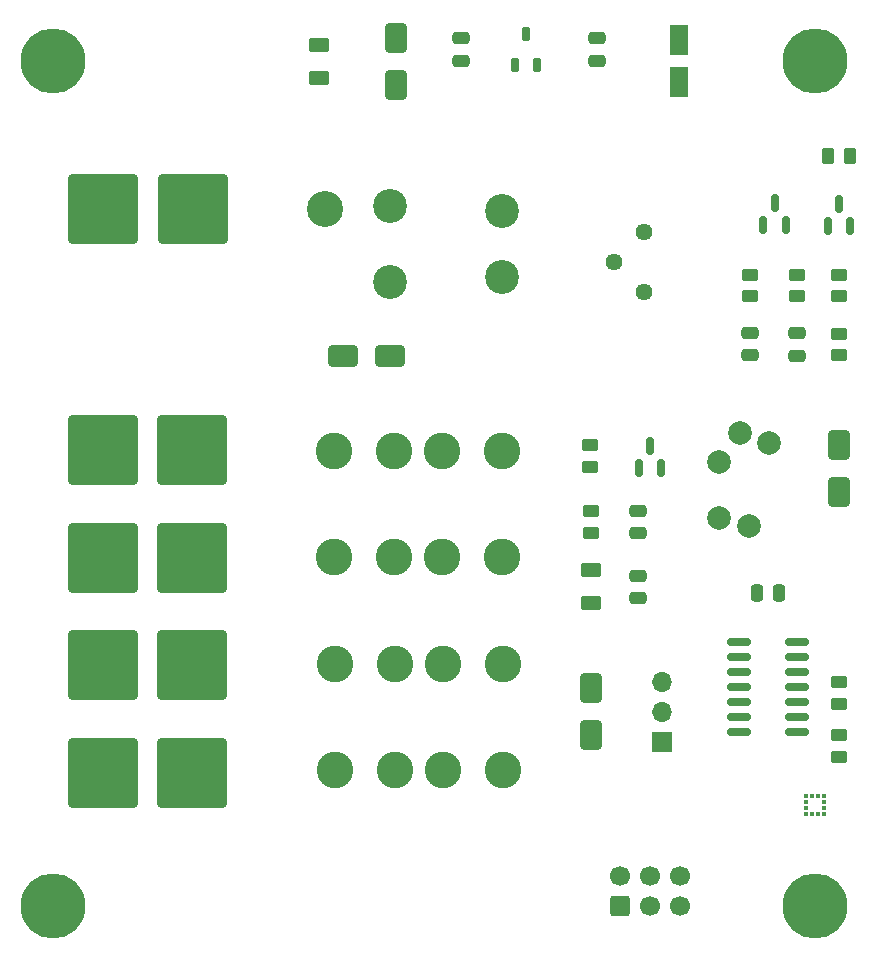
<source format=gbr>
%TF.GenerationSoftware,KiCad,Pcbnew,8.0.3*%
%TF.CreationDate,2024-06-23T19:26:25-05:00*%
%TF.ProjectId,Vehicle Power Switch,56656869-636c-4652-9050-6f7765722053,rev?*%
%TF.SameCoordinates,Original*%
%TF.FileFunction,Soldermask,Top*%
%TF.FilePolarity,Negative*%
%FSLAX46Y46*%
G04 Gerber Fmt 4.6, Leading zero omitted, Abs format (unit mm)*
G04 Created by KiCad (PCBNEW 8.0.3) date 2024-06-23 19:26:25*
%MOMM*%
%LPD*%
G01*
G04 APERTURE LIST*
G04 Aperture macros list*
%AMRoundRect*
0 Rectangle with rounded corners*
0 $1 Rounding radius*
0 $2 $3 $4 $5 $6 $7 $8 $9 X,Y pos of 4 corners*
0 Add a 4 corners polygon primitive as box body*
4,1,4,$2,$3,$4,$5,$6,$7,$8,$9,$2,$3,0*
0 Add four circle primitives for the rounded corners*
1,1,$1+$1,$2,$3*
1,1,$1+$1,$4,$5*
1,1,$1+$1,$6,$7*
1,1,$1+$1,$8,$9*
0 Add four rect primitives between the rounded corners*
20,1,$1+$1,$2,$3,$4,$5,0*
20,1,$1+$1,$4,$5,$6,$7,0*
20,1,$1+$1,$6,$7,$8,$9,0*
20,1,$1+$1,$8,$9,$2,$3,0*%
G04 Aperture macros list end*
%ADD10C,5.500000*%
%ADD11RoundRect,0.162500X0.162500X-0.447500X0.162500X0.447500X-0.162500X0.447500X-0.162500X-0.447500X0*%
%ADD12RoundRect,0.150000X0.150000X-0.587500X0.150000X0.587500X-0.150000X0.587500X-0.150000X-0.587500X0*%
%ADD13C,3.098800*%
%ADD14RoundRect,0.150000X-0.825000X-0.150000X0.825000X-0.150000X0.825000X0.150000X-0.825000X0.150000X0*%
%ADD15RoundRect,0.500000X2.500000X2.500000X-2.500000X2.500000X-2.500000X-2.500000X2.500000X-2.500000X0*%
%ADD16RoundRect,0.250000X-0.625000X0.375000X-0.625000X-0.375000X0.625000X-0.375000X0.625000X0.375000X0*%
%ADD17RoundRect,0.250000X0.475000X-0.250000X0.475000X0.250000X-0.475000X0.250000X-0.475000X-0.250000X0*%
%ADD18RoundRect,0.250000X-0.450000X0.262500X-0.450000X-0.262500X0.450000X-0.262500X0.450000X0.262500X0*%
%ADD19C,1.440000*%
%ADD20RoundRect,0.250000X0.625000X-0.375000X0.625000X0.375000X-0.625000X0.375000X-0.625000X-0.375000X0*%
%ADD21RoundRect,0.250000X0.600000X-0.600000X0.600000X0.600000X-0.600000X0.600000X-0.600000X-0.600000X0*%
%ADD22C,1.700000*%
%ADD23C,2.000000*%
%ADD24RoundRect,0.250000X0.450000X-0.262500X0.450000X0.262500X-0.450000X0.262500X-0.450000X-0.262500X0*%
%ADD25C,2.870200*%
%ADD26C,3.060700*%
%ADD27RoundRect,0.250000X-0.475000X0.250000X-0.475000X-0.250000X0.475000X-0.250000X0.475000X0.250000X0*%
%ADD28RoundRect,0.250000X-0.650000X1.000000X-0.650000X-1.000000X0.650000X-1.000000X0.650000X1.000000X0*%
%ADD29RoundRect,0.250000X-1.000000X-0.650000X1.000000X-0.650000X1.000000X0.650000X-1.000000X0.650000X0*%
%ADD30R,1.700000X1.700000*%
%ADD31O,1.700000X1.700000*%
%ADD32RoundRect,0.250000X0.262500X0.450000X-0.262500X0.450000X-0.262500X-0.450000X0.262500X-0.450000X0*%
%ADD33RoundRect,0.250000X-0.250000X-0.475000X0.250000X-0.475000X0.250000X0.475000X-0.250000X0.475000X0*%
%ADD34R,0.350000X0.375000*%
%ADD35R,0.375000X0.350000*%
%ADD36RoundRect,0.250000X-0.550000X1.050000X-0.550000X-1.050000X0.550000X-1.050000X0.550000X1.050000X0*%
G04 APERTURE END LIST*
D10*
%TO.C,H4*%
X62000000Y-128500000D03*
%TD*%
%TO.C,H3*%
X62000000Y-57000000D03*
%TD*%
%TO.C,H2*%
X126500000Y-128500000D03*
%TD*%
%TO.C,H1*%
X126500000Y-57000000D03*
%TD*%
D11*
%TO.C,U1*%
X101050000Y-57310000D03*
X102950000Y-57310000D03*
X102000000Y-54690000D03*
%TD*%
D12*
%TO.C,Q1*%
X111550000Y-91437500D03*
X113450000Y-91437500D03*
X112500000Y-89562500D03*
%TD*%
%TO.C,Q3*%
X127550000Y-70937500D03*
X129450000Y-70937500D03*
X128500000Y-69062500D03*
%TD*%
%TO.C,Q2*%
X122112500Y-70875000D03*
X124012500Y-70875000D03*
X123062500Y-69000000D03*
%TD*%
D13*
%TO.C,F3*%
X85776000Y-99000000D03*
X90856000Y-99000000D03*
X94920000Y-99000000D03*
X100000000Y-99000000D03*
%TD*%
D14*
%TO.C,U3*%
X120025000Y-106190000D03*
X120025000Y-107460000D03*
X120025000Y-108730000D03*
X120025000Y-110000000D03*
X120025000Y-111270000D03*
X120025000Y-112540000D03*
X120025000Y-113810000D03*
X124975000Y-113810000D03*
X124975000Y-112540000D03*
X124975000Y-111270000D03*
X124975000Y-110000000D03*
X124975000Y-108730000D03*
X124975000Y-107460000D03*
X124975000Y-106190000D03*
%TD*%
D15*
%TO.C,J1*%
X73800000Y-69500000D03*
X66200000Y-69500000D03*
%TD*%
%TO.C,J5*%
X73765000Y-117235000D03*
X66165000Y-117235000D03*
%TD*%
D13*
%TO.C,F2*%
X85776000Y-90000000D03*
X90856000Y-90000000D03*
X94920000Y-90000000D03*
X100000000Y-90000000D03*
%TD*%
D16*
%TO.C,D4*%
X107500000Y-100100000D03*
X107500000Y-102900000D03*
%TD*%
D17*
%TO.C,C8*%
X111500000Y-102450000D03*
X111500000Y-100550000D03*
%TD*%
D18*
%TO.C,R1*%
X107462500Y-89525000D03*
X107462500Y-91350000D03*
%TD*%
D19*
%TO.C,R7*%
X111985000Y-71460000D03*
X109445000Y-74000000D03*
X111985000Y-76540000D03*
%TD*%
D20*
%TO.C,F1*%
X84500000Y-58400000D03*
X84500000Y-55600000D03*
%TD*%
D21*
%TO.C,J8*%
X109960000Y-128500000D03*
D22*
X109960000Y-125960000D03*
X112500000Y-128500000D03*
X112500000Y-125960000D03*
X115040000Y-128500000D03*
X115040000Y-125960000D03*
%TD*%
D23*
%TO.C,J6*%
X120097199Y-88500000D03*
X122617199Y-89349892D03*
X118377200Y-95649998D03*
X120897200Y-96399999D03*
X118377200Y-90950000D03*
%TD*%
D24*
%TO.C,R5*%
X107500000Y-96912500D03*
X107500000Y-95087500D03*
%TD*%
D25*
%TO.C,U4*%
X99967600Y-69706000D03*
X90518800Y-69299600D03*
D26*
X85032400Y-69502800D03*
D25*
X90518800Y-75700400D03*
X99967600Y-75294000D03*
%TD*%
D18*
%TO.C,R2*%
X128500000Y-109587500D03*
X128500000Y-111412500D03*
%TD*%
D27*
%TO.C,C9*%
X125000000Y-80050000D03*
X125000000Y-81950000D03*
%TD*%
D18*
%TO.C,R11*%
X128500000Y-80087500D03*
X128500000Y-81912500D03*
%TD*%
D28*
%TO.C,D5*%
X128500000Y-89500000D03*
X128500000Y-93500000D03*
%TD*%
%TO.C,D3*%
X107525000Y-110040000D03*
X107525000Y-114040000D03*
%TD*%
D29*
%TO.C,D2*%
X86500000Y-82000000D03*
X90500000Y-82000000D03*
%TD*%
D15*
%TO.C,J4*%
X73765000Y-108135000D03*
X66165000Y-108135000D03*
%TD*%
D30*
%TO.C,J7*%
X113525000Y-114620000D03*
D31*
X113525000Y-112080000D03*
X113525000Y-109540000D03*
%TD*%
D32*
%TO.C,R9*%
X129412500Y-65000000D03*
X127587500Y-65000000D03*
%TD*%
D13*
%TO.C,F5*%
X85856000Y-117000000D03*
X90936000Y-117000000D03*
X95000000Y-117000000D03*
X100080000Y-117000000D03*
%TD*%
D28*
%TO.C,D1*%
X91000000Y-55000000D03*
X91000000Y-59000000D03*
%TD*%
D15*
%TO.C,J2*%
X73765000Y-89935000D03*
X66165000Y-89935000D03*
%TD*%
D18*
%TO.C,R10*%
X128500000Y-75087500D03*
X128500000Y-76912500D03*
%TD*%
D27*
%TO.C,C1*%
X96500000Y-55050000D03*
X96500000Y-56950000D03*
%TD*%
D18*
%TO.C,R8*%
X121000000Y-75087500D03*
X121000000Y-76912500D03*
%TD*%
%TO.C,R6*%
X125000000Y-75087500D03*
X125000000Y-76912500D03*
%TD*%
D33*
%TO.C,C4*%
X121550000Y-102000000D03*
X123450000Y-102000000D03*
%TD*%
D24*
%TO.C,R3*%
X128500000Y-115912500D03*
X128500000Y-114087500D03*
%TD*%
D27*
%TO.C,C6*%
X111500000Y-95050000D03*
X111500000Y-96950000D03*
%TD*%
D34*
%TO.C,U2*%
X127250000Y-119237500D03*
X126750000Y-119237500D03*
X126250000Y-119237500D03*
X125750000Y-119237500D03*
D35*
X125737500Y-119750000D03*
X125737500Y-120250000D03*
D34*
X125750000Y-120762500D03*
X126250000Y-120762500D03*
X126750000Y-120762500D03*
X127250000Y-120762500D03*
D35*
X127262500Y-120250000D03*
X127262500Y-119750000D03*
%TD*%
D15*
%TO.C,J3*%
X73765000Y-99035000D03*
X66165000Y-99035000D03*
%TD*%
D13*
%TO.C,F4*%
X85856000Y-108000000D03*
X90936000Y-108000000D03*
X95000000Y-108000000D03*
X100080000Y-108000000D03*
%TD*%
D27*
%TO.C,C7*%
X121000000Y-80000000D03*
X121000000Y-81900000D03*
%TD*%
D36*
%TO.C,C3*%
X115000000Y-55200000D03*
X115000000Y-58800000D03*
%TD*%
D27*
%TO.C,C5*%
X108000000Y-55050000D03*
X108000000Y-56950000D03*
%TD*%
M02*

</source>
